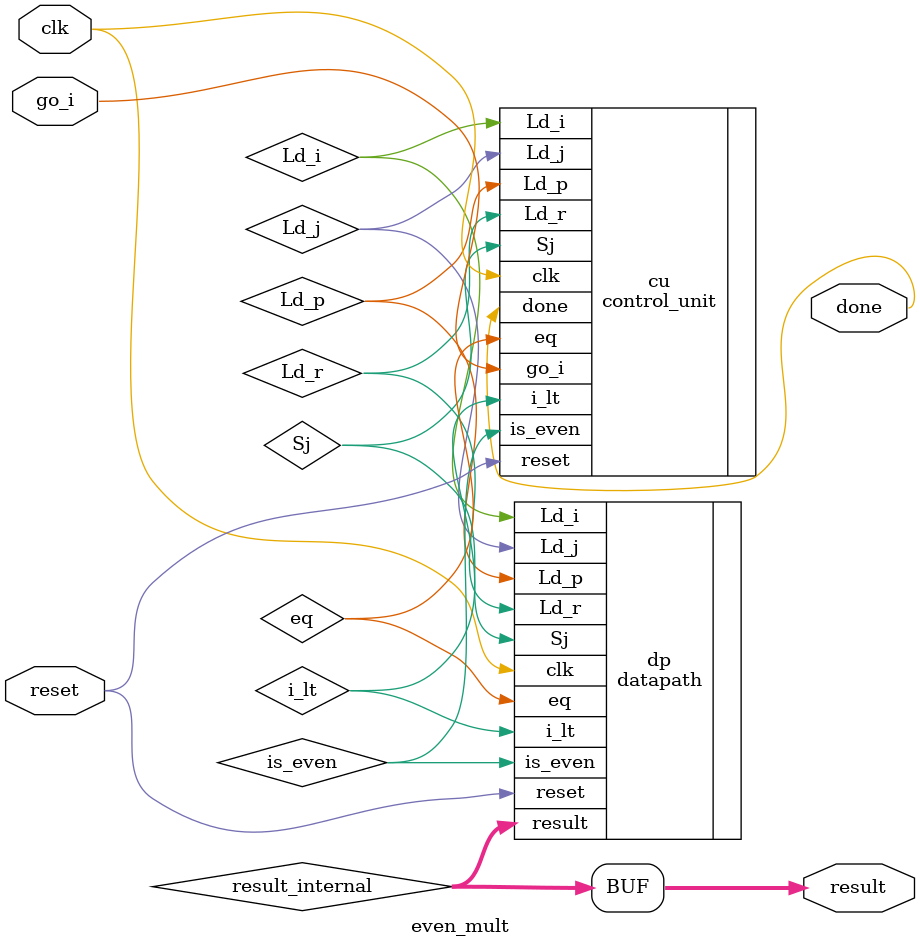
<source format=v>
module even_mult(
    input clk, reset, go_i,
    output [15:0] result,
	 output done
);

    wire Ld_i, Ld_j , Ld_p , Ld_r ;
	 wire Sj ;
    wire i_lt, eq, is_even ;
	 wire [15:0] result_internal;

    datapath dp(
	 
        .clk(clk), .reset(reset),
        .Ld_i(Ld_i), .Ld_j(Ld_j), .Ld_p(Ld_p) , .Ld_r(Ld_r),
		  .Sj(Sj),
		  .result(result_internal) ,
        .i_lt(i_lt),
		  .is_even(is_even),
		  .eq(eq)
    );

    control_unit cu(

        .clk(clk), .reset(reset), .go_i(go_i),
        .i_lt(i_lt),
		  .is_even(is_even),
		  .eq(eq),
        .Ld_i(Ld_i), .Ld_j(Ld_j), .Ld_p(Ld_p) , .Ld_r(Ld_r),
		  .Sj(Sj),.done(done)
    );

	 
	 
    assign result = result_internal;

	
endmodule

</source>
